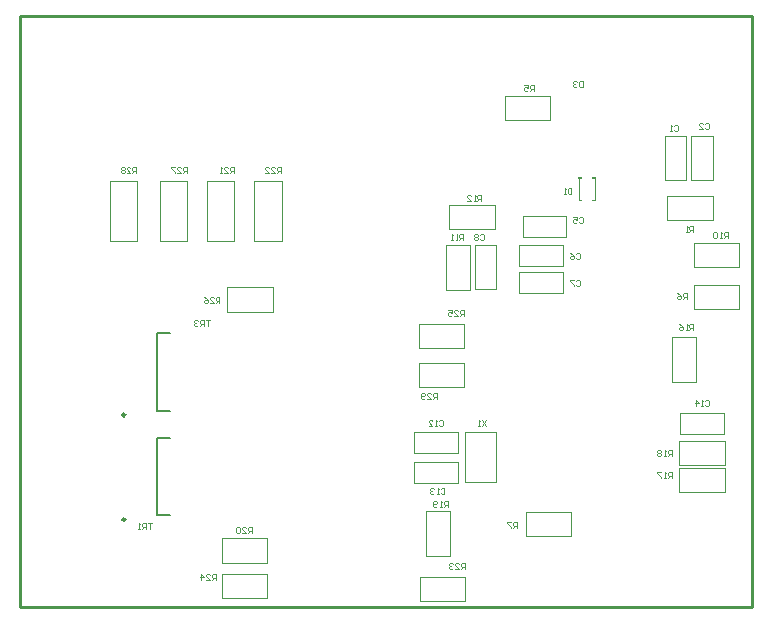
<source format=gbo>
%FSLAX25Y25*%
%MOIN*%
G70*
G01*
G75*
G04 Layer_Color=32896*
%ADD10R,0.07087X0.08268*%
%ADD11R,0.04331X0.05512*%
%ADD12R,0.10039X0.07677*%
%ADD13R,0.05512X0.04331*%
%ADD14R,0.04331X0.02362*%
%ADD15R,0.24410X0.22835*%
%ADD16R,0.11811X0.06299*%
G04:AMPARAMS|DCode=17|XSize=9.84mil|YSize=70.87mil|CornerRadius=0mil|HoleSize=0mil|Usage=FLASHONLY|Rotation=135.000|XOffset=0mil|YOffset=0mil|HoleType=Round|Shape=Round|*
%AMOVALD17*
21,1,0.06102,0.00984,0.00000,0.00000,225.0*
1,1,0.00984,0.02158,0.02158*
1,1,0.00984,-0.02158,-0.02158*
%
%ADD17OVALD17*%

G04:AMPARAMS|DCode=18|XSize=9.84mil|YSize=70.87mil|CornerRadius=0mil|HoleSize=0mil|Usage=FLASHONLY|Rotation=45.000|XOffset=0mil|YOffset=0mil|HoleType=Round|Shape=Round|*
%AMOVALD18*
21,1,0.06102,0.00984,0.00000,0.00000,135.0*
1,1,0.00984,0.02158,-0.02158*
1,1,0.00984,-0.02158,0.02158*
%
%ADD18OVALD18*%

%ADD19R,0.07087X0.09055*%
%ADD20R,0.02362X0.11811*%
%ADD21O,0.08661X0.02362*%
%ADD22R,0.02756X0.03150*%
%ADD23R,0.06000X0.07000*%
%ADD24R,0.06299X0.12598*%
%ADD25O,0.07480X0.02362*%
%ADD26C,0.00984*%
%ADD27C,0.01181*%
%ADD28C,0.01500*%
%ADD29C,0.01969*%
%ADD30C,0.01575*%
%ADD31C,0.07874*%
%ADD32C,0.00800*%
%ADD33C,0.05906*%
%ADD34C,0.03937*%
%ADD35C,0.01000*%
%ADD36C,0.07480*%
%ADD37C,0.06000*%
%ADD38O,0.07874X0.03937*%
%ADD39O,0.07874X0.03937*%
%ADD40C,0.02362*%
%ADD41R,0.07000X0.06000*%
G04:AMPARAMS|DCode=42|XSize=23.62mil|YSize=23.62mil|CornerRadius=1.18mil|HoleSize=0mil|Usage=FLASHONLY|Rotation=90.000|XOffset=0mil|YOffset=0mil|HoleType=Round|Shape=RoundedRectangle|*
%AMROUNDEDRECTD42*
21,1,0.02362,0.02126,0,0,90.0*
21,1,0.02126,0.02362,0,0,90.0*
1,1,0.00236,0.01063,0.01063*
1,1,0.00236,0.01063,-0.01063*
1,1,0.00236,-0.01063,-0.01063*
1,1,0.00236,-0.01063,0.01063*
%
%ADD42ROUNDEDRECTD42*%
%ADD43R,0.04600X0.04600*%
%ADD44R,0.07480X0.04331*%
%ADD45C,0.00827*%
%ADD46C,0.02362*%
%ADD47C,0.00787*%
%ADD48C,0.00591*%
%ADD49C,0.00394*%
%ADD50C,0.00669*%
%ADD51R,0.07874X0.09055*%
%ADD52R,0.05118X0.06299*%
%ADD53R,0.10827X0.08465*%
%ADD54R,0.06299X0.05118*%
%ADD55R,0.05118X0.03150*%
%ADD56R,0.25197X0.23622*%
%ADD57R,0.12598X0.07087*%
G04:AMPARAMS|DCode=58|XSize=17.72mil|YSize=78.74mil|CornerRadius=0mil|HoleSize=0mil|Usage=FLASHONLY|Rotation=135.000|XOffset=0mil|YOffset=0mil|HoleType=Round|Shape=Round|*
%AMOVALD58*
21,1,0.06102,0.01772,0.00000,0.00000,225.0*
1,1,0.01772,0.02158,0.02158*
1,1,0.01772,-0.02158,-0.02158*
%
%ADD58OVALD58*%

G04:AMPARAMS|DCode=59|XSize=17.72mil|YSize=78.74mil|CornerRadius=0mil|HoleSize=0mil|Usage=FLASHONLY|Rotation=45.000|XOffset=0mil|YOffset=0mil|HoleType=Round|Shape=Round|*
%AMOVALD59*
21,1,0.06102,0.01772,0.00000,0.00000,135.0*
1,1,0.01772,0.02158,-0.02158*
1,1,0.01772,-0.02158,0.02158*
%
%ADD59OVALD59*%

%ADD60R,0.07874X0.09843*%
%ADD61R,0.03150X0.12598*%
%ADD62O,0.09449X0.03150*%
%ADD63R,0.03543X0.03937*%
%ADD64R,0.06787X0.07787*%
%ADD65R,0.07087X0.13386*%
%ADD66O,0.08268X0.03150*%
%ADD67C,0.08268*%
%ADD68C,0.06787*%
%ADD69O,0.08661X0.04724*%
%ADD70O,0.08661X0.04724*%
%ADD71R,0.07787X0.06787*%
G04:AMPARAMS|DCode=72|XSize=31.5mil|YSize=31.5mil|CornerRadius=5.12mil|HoleSize=0mil|Usage=FLASHONLY|Rotation=90.000|XOffset=0mil|YOffset=0mil|HoleType=Round|Shape=RoundedRectangle|*
%AMROUNDEDRECTD72*
21,1,0.03150,0.02126,0,0,90.0*
21,1,0.02126,0.03150,0,0,90.0*
1,1,0.01024,0.01063,0.01063*
1,1,0.01024,0.01063,-0.01063*
1,1,0.01024,-0.01063,-0.01063*
1,1,0.01024,-0.01063,0.01063*
%
%ADD72ROUNDEDRECTD72*%
%ADD73R,0.05387X0.05387*%
%ADD74R,0.07880X0.04731*%
%ADD75R,0.01280X0.01083*%
%ADD76R,0.01280X0.01083*%
D26*
X35138Y63917D02*
G03*
X35138Y63917I-492J0D01*
G01*
Y29075D02*
G03*
X35138Y29075I-492J0D01*
G01*
D35*
X0Y0D02*
Y196850D01*
X244094D01*
Y0D02*
Y196850D01*
X0Y0D02*
X244094D01*
D47*
X45669Y91122D02*
X50185Y91122D01*
X45669Y65374D02*
X45669Y91122D01*
X45669Y65374D02*
X50185Y65374D01*
X45669Y56280D02*
X50185D01*
X45669D02*
X45669Y30531D01*
X50185Y30532D01*
D49*
X67224Y14665D02*
X82382D01*
Y22736D01*
X67224D02*
X82382D01*
X67224Y14665D02*
Y22736D01*
X135335Y16831D02*
Y31988D01*
Y16831D02*
X143405D01*
Y31988D01*
X135335D02*
X143405D01*
X132972Y73130D02*
X148130D01*
Y81201D01*
X132972D02*
X148130D01*
X132972Y73130D02*
Y81201D01*
X87205Y121949D02*
Y141929D01*
X78150D02*
X87205D01*
X78150Y121949D02*
X78150Y141929D01*
X78150Y121949D02*
X87205D01*
X71457D02*
Y141929D01*
X62402D02*
X71457D01*
X62402Y121949D02*
X62402Y141929D01*
X62402Y121949D02*
X71457D01*
X67224Y2854D02*
X82382D01*
Y10925D01*
X67224D02*
X82382D01*
X67224Y2854D02*
Y10925D01*
X55709Y141929D02*
X55709Y121949D01*
X46654Y141929D02*
X55709D01*
X46654Y121949D02*
X46654Y141929D01*
X46654Y121949D02*
X55709Y121949D01*
X38976Y121949D02*
Y141929D01*
X29921Y141929D02*
X38976Y141929D01*
X29921Y121949D02*
X29921Y141929D01*
X29921Y121949D02*
X38976D01*
X224705Y99311D02*
X239862D01*
Y107382D01*
X224705D02*
X239862D01*
X224705Y99311D02*
Y107382D01*
X191732Y135433D02*
Y142913D01*
X186221Y135433D02*
Y142913D01*
X190847Y135433D02*
X191732D01*
X186221D02*
X187106D01*
X133366Y1870D02*
X148524D01*
Y9941D01*
X133366D02*
X148524D01*
X133366Y1870D02*
Y9941D01*
X132972Y86122D02*
X148130D01*
Y94193D01*
X132972D02*
X148130D01*
X132972Y86122D02*
Y94193D01*
X69193Y98327D02*
X84350D01*
Y106398D01*
X69193D02*
X84350D01*
X69193Y98327D02*
Y106398D01*
X161713Y162106D02*
X176870D01*
Y170177D01*
X161713D02*
X176870D01*
X161713Y162106D02*
Y170177D01*
X223819Y156890D02*
X230906D01*
Y142323D02*
Y156890D01*
X223819Y142323D02*
X230906D01*
X223819D02*
Y156890D01*
X214961Y156890D02*
X222047Y156890D01*
Y142323D02*
Y156890D01*
X214961Y142323D02*
X222047Y142323D01*
X214961Y142323D02*
Y156890D01*
X215846Y136909D02*
X231004D01*
X215846Y128839D02*
Y136909D01*
Y128839D02*
X231004D01*
Y136909D01*
X224705Y113091D02*
X239862D01*
Y121161D01*
X224705D02*
X239862D01*
X224705Y113091D02*
Y121161D01*
X225492Y74803D02*
Y89961D01*
X217421D02*
X225492D01*
X217421Y74803D02*
Y89961D01*
Y74803D02*
X225492D01*
X234646Y57480D02*
Y64567D01*
X220079Y57480D02*
X234646D01*
X220079D02*
Y64567D01*
X234646D01*
X219783Y47146D02*
X234941D01*
Y55217D01*
X219783D02*
X234941D01*
X219783Y47146D02*
Y55217D01*
X219783Y38287D02*
X234941D01*
Y46358D01*
X219783D02*
X234941D01*
X219783Y38287D02*
Y46358D01*
X168602Y31594D02*
X183760D01*
X168602Y23524D02*
Y31594D01*
Y23524D02*
X183760D01*
Y31594D01*
X148327Y58169D02*
X158563D01*
X148327Y41634D02*
X158563D01*
X158563Y58169D02*
X158563Y41634D01*
X148327D02*
Y58169D01*
X131398Y51083D02*
Y58169D01*
X145965D01*
Y51083D02*
Y58169D01*
X131398Y51083D02*
X145965Y51083D01*
X131398Y41240D02*
Y48327D01*
X145965D01*
Y41240D02*
Y48327D01*
X131398Y41240D02*
X145965Y41240D01*
X166535Y104528D02*
Y111614D01*
X181102D01*
Y104528D02*
Y111614D01*
X166535Y104528D02*
X181102D01*
X166535Y113386D02*
Y120473D01*
X181102D01*
Y113386D02*
Y120473D01*
X166535Y113386D02*
X181102D01*
X167618Y123228D02*
Y130315D01*
X182185D01*
Y123228D02*
Y130315D01*
X167618Y123228D02*
X182185D01*
X151575Y120473D02*
X158661D01*
Y105906D02*
Y120473D01*
X151575Y105906D02*
X158661D01*
X151575D02*
Y120473D01*
X141929Y105512D02*
X141929Y120669D01*
X141929Y105512D02*
X150000D01*
Y120669D01*
X141929D02*
X150000D01*
X143110Y133858D02*
X158268D01*
X143110Y125787D02*
Y133858D01*
Y125787D02*
X158268D01*
Y133858D01*
X38825Y144562D02*
Y146530D01*
X37841D01*
X37513Y146202D01*
Y145546D01*
X37841Y145218D01*
X38825D01*
X38169D02*
X37513Y144562D01*
X35545D02*
X36857D01*
X35545Y145874D01*
Y146202D01*
X35873Y146530D01*
X36529D01*
X36857Y146202D01*
X34890D02*
X34561Y146530D01*
X33906D01*
X33578Y146202D01*
Y145874D01*
X33906Y145546D01*
X33578Y145218D01*
Y144890D01*
X33906Y144562D01*
X34561D01*
X34890Y144890D01*
Y145218D01*
X34561Y145546D01*
X34890Y145874D01*
Y146202D01*
X34561Y145546D02*
X33906D01*
X55558Y144532D02*
Y146499D01*
X54574D01*
X54246Y146171D01*
Y145516D01*
X54574Y145187D01*
X55558D01*
X54901D02*
X54246Y144532D01*
X52278D02*
X53590D01*
X52278Y145844D01*
Y146171D01*
X52606Y146499D01*
X53262D01*
X53590Y146171D01*
X51622Y146499D02*
X50310D01*
Y146171D01*
X51622Y144860D01*
Y144532D01*
X87040Y144561D02*
Y146528D01*
X86056D01*
X85728Y146201D01*
Y145545D01*
X86056Y145217D01*
X87040D01*
X86384D02*
X85728Y144561D01*
X83760D02*
X85072D01*
X83760Y145873D01*
Y146201D01*
X84088Y146528D01*
X84744D01*
X85072Y146201D01*
X81793Y144561D02*
X83104D01*
X81793Y145873D01*
Y146201D01*
X82121Y146528D01*
X82776D01*
X83104Y146201D01*
X71292Y144499D02*
Y146466D01*
X70308D01*
X69980Y146138D01*
Y145482D01*
X70308Y145154D01*
X71292D01*
X70636D02*
X69980Y144499D01*
X68012D02*
X69324D01*
X68012Y145810D01*
Y146138D01*
X68340Y146466D01*
X68996D01*
X69324Y146138D01*
X67356Y144499D02*
X66701D01*
X67028D01*
Y146466D01*
X67356Y146138D01*
X187598Y175098D02*
Y173130D01*
X186615D01*
X186286Y173458D01*
Y174770D01*
X186615Y175098D01*
X187598D01*
X185631Y174770D02*
X185303Y175098D01*
X184647D01*
X184319Y174770D01*
Y174442D01*
X184647Y174114D01*
X184975D01*
X184647D01*
X184319Y173786D01*
Y173458D01*
X184647Y173130D01*
X185303D01*
X185631Y173458D01*
X218176Y160301D02*
X218504Y160629D01*
X219160D01*
X219488Y160301D01*
Y158990D01*
X219160Y158661D01*
X218504D01*
X218176Y158990D01*
X217520Y158661D02*
X216864D01*
X217192D01*
Y160629D01*
X217520Y160301D01*
X228413Y160793D02*
X228741Y161121D01*
X229396D01*
X229724Y160793D01*
Y159482D01*
X229396Y159153D01*
X228741D01*
X228413Y159482D01*
X226445Y159153D02*
X227757D01*
X226445Y160466D01*
Y160793D01*
X226773Y161121D01*
X227429D01*
X227757Y160793D01*
X186286Y129691D02*
X186615Y130019D01*
X187270D01*
X187598Y129691D01*
Y128379D01*
X187270Y128051D01*
X186615D01*
X186286Y128379D01*
X184319Y130019D02*
X185631D01*
Y129035D01*
X184975Y129363D01*
X184647D01*
X184319Y129035D01*
Y128379D01*
X184647Y128051D01*
X185303D01*
X185631Y128379D01*
X185302Y117585D02*
X185630Y117913D01*
X186286D01*
X186614Y117585D01*
Y116273D01*
X186286Y115945D01*
X185630D01*
X185302Y116273D01*
X183334Y117913D02*
X183990Y117585D01*
X184646Y116929D01*
Y116273D01*
X184318Y115945D01*
X183662D01*
X183334Y116273D01*
Y116601D01*
X183662Y116929D01*
X184646D01*
X185302Y108431D02*
X185630Y108759D01*
X186286D01*
X186614Y108431D01*
Y107119D01*
X186286Y106791D01*
X185630D01*
X185302Y107119D01*
X184646Y108759D02*
X183334D01*
Y108431D01*
X184646Y107119D01*
Y106791D01*
X153412Y123786D02*
X153741Y124114D01*
X154396D01*
X154724Y123786D01*
Y122474D01*
X154396Y122146D01*
X153741D01*
X153412Y122474D01*
X152757Y123786D02*
X152429Y124114D01*
X151773D01*
X151445Y123786D01*
Y123458D01*
X151773Y123130D01*
X151445Y122802D01*
Y122474D01*
X151773Y122146D01*
X152429D01*
X152757Y122474D01*
Y122802D01*
X152429Y123130D01*
X152757Y123458D01*
Y123786D01*
X152429Y123130D02*
X151773D01*
X139830Y61778D02*
X140158Y62106D01*
X140814D01*
X141142Y61778D01*
Y60466D01*
X140814Y60138D01*
X140158D01*
X139830Y60466D01*
X139174Y60138D02*
X138518D01*
X138846D01*
Y62106D01*
X139174Y61778D01*
X136222Y60138D02*
X137534D01*
X136222Y61450D01*
Y61778D01*
X136550Y62106D01*
X137206D01*
X137534Y61778D01*
X140224Y39337D02*
X140551Y39665D01*
X141207D01*
X141535Y39337D01*
Y38025D01*
X141207Y37697D01*
X140551D01*
X140224Y38025D01*
X139568Y37697D02*
X138912D01*
X139240D01*
Y39665D01*
X139568Y39337D01*
X137928D02*
X137600Y39665D01*
X136944D01*
X136616Y39337D01*
Y39009D01*
X136944Y38681D01*
X137272D01*
X136944D01*
X136616Y38353D01*
Y38025D01*
X136944Y37697D01*
X137600D01*
X137928Y38025D01*
X228511Y68471D02*
X228839Y68799D01*
X229495D01*
X229823Y68471D01*
Y67159D01*
X229495Y66831D01*
X228839D01*
X228511Y67159D01*
X227855Y66831D02*
X227199D01*
X227527D01*
Y68799D01*
X227855Y68471D01*
X225231Y66831D02*
Y68799D01*
X226215Y67815D01*
X224903D01*
X183858Y139566D02*
Y137599D01*
X182874D01*
X182546Y137926D01*
Y139238D01*
X182874Y139566D01*
X183858D01*
X181890Y137599D02*
X181235D01*
X181562D01*
Y139566D01*
X181890Y139238D01*
X224508Y124902D02*
Y126869D01*
X223524D01*
X223196Y126541D01*
Y125886D01*
X223524Y125558D01*
X224508D01*
X223852D02*
X223196Y124902D01*
X222540D02*
X221884D01*
X222212D01*
Y126869D01*
X222540Y126541D01*
X171260Y171949D02*
Y173917D01*
X170276D01*
X169948Y173589D01*
Y172933D01*
X170276Y172605D01*
X171260D01*
X170604D02*
X169948Y171949D01*
X167980Y173917D02*
X169292D01*
Y172933D01*
X168636Y173261D01*
X168308D01*
X167980Y172933D01*
Y172277D01*
X168308Y171949D01*
X168964D01*
X169292Y172277D01*
X222342Y102461D02*
Y104429D01*
X221359D01*
X221031Y104101D01*
Y103445D01*
X221359Y103117D01*
X222342D01*
X221687D02*
X221031Y102461D01*
X219063Y104429D02*
X219719Y104101D01*
X220375Y103445D01*
Y102789D01*
X220047Y102461D01*
X219391D01*
X219063Y102789D01*
Y103117D01*
X219391Y103445D01*
X220375D01*
X165551Y26378D02*
Y28346D01*
X164567D01*
X164239Y28018D01*
Y27362D01*
X164567Y27034D01*
X165551D01*
X164895D02*
X164239Y26378D01*
X163583Y28346D02*
X162271D01*
Y28018D01*
X163583Y26706D01*
Y26378D01*
X235925Y122933D02*
Y124901D01*
X234941D01*
X234613Y124573D01*
Y123917D01*
X234941Y123589D01*
X235925D01*
X235269D02*
X234613Y122933D01*
X233957D02*
X233301D01*
X233629D01*
Y124901D01*
X233957Y124573D01*
X232317D02*
X231990Y124901D01*
X231333D01*
X231006Y124573D01*
Y123261D01*
X231333Y122933D01*
X231990D01*
X232317Y123261D01*
Y124573D01*
X147835Y122244D02*
Y124212D01*
X146851D01*
X146523Y123884D01*
Y123228D01*
X146851Y122900D01*
X147835D01*
X147179D02*
X146523Y122244D01*
X145867D02*
X145211D01*
X145539D01*
Y124212D01*
X145867Y123884D01*
X144227Y122244D02*
X143571D01*
X143899D01*
Y124212D01*
X144227Y123884D01*
X153839Y135335D02*
Y137303D01*
X152855D01*
X152527Y136975D01*
Y136319D01*
X152855Y135991D01*
X153839D01*
X153183D02*
X152527Y135335D01*
X151871D02*
X151215D01*
X151543D01*
Y137303D01*
X151871Y136975D01*
X148919Y135335D02*
X150231D01*
X148919Y136647D01*
Y136975D01*
X149247Y137303D01*
X149903D01*
X150231Y136975D01*
X224508Y92126D02*
Y94094D01*
X223524D01*
X223196Y93766D01*
Y93110D01*
X223524Y92782D01*
X224508D01*
X223852D02*
X223196Y92126D01*
X222540D02*
X221884D01*
X222212D01*
Y94094D01*
X222540Y93766D01*
X219588Y94094D02*
X220244Y93766D01*
X220900Y93110D01*
Y92454D01*
X220572Y92126D01*
X219916D01*
X219588Y92454D01*
Y92782D01*
X219916Y93110D01*
X220900D01*
X217323Y42913D02*
Y44881D01*
X216339D01*
X216011Y44553D01*
Y43897D01*
X216339Y43569D01*
X217323D01*
X216667D02*
X216011Y42913D01*
X215355D02*
X214699D01*
X215027D01*
Y44881D01*
X215355Y44553D01*
X213715Y44881D02*
X212403D01*
Y44553D01*
X213715Y43241D01*
Y42913D01*
X217224Y50295D02*
Y52263D01*
X216241D01*
X215913Y51935D01*
Y51279D01*
X216241Y50951D01*
X217224D01*
X216568D02*
X215913Y50295D01*
X215257D02*
X214601D01*
X214929D01*
Y52263D01*
X215257Y51935D01*
X213617D02*
X213289Y52263D01*
X212633D01*
X212305Y51935D01*
Y51607D01*
X212633Y51279D01*
X212305Y50951D01*
Y50623D01*
X212633Y50295D01*
X213289D01*
X213617Y50623D01*
Y50951D01*
X213289Y51279D01*
X213617Y51607D01*
Y51935D01*
X213289Y51279D02*
X212633D01*
X142618Y33366D02*
Y35334D01*
X141634D01*
X141306Y35006D01*
Y34350D01*
X141634Y34022D01*
X142618D01*
X141962D02*
X141306Y33366D01*
X140650D02*
X139994D01*
X140322D01*
Y35334D01*
X140650Y35006D01*
X139010Y33694D02*
X138682Y33366D01*
X138026D01*
X137698Y33694D01*
Y35006D01*
X138026Y35334D01*
X138682D01*
X139010Y35006D01*
Y34678D01*
X138682Y34350D01*
X137698D01*
X77362Y24705D02*
Y26673D01*
X76378D01*
X76050Y26345D01*
Y25689D01*
X76378Y25361D01*
X77362D01*
X76706D02*
X76050Y24705D01*
X74082D02*
X75394D01*
X74082Y26017D01*
Y26345D01*
X74410Y26673D01*
X75066D01*
X75394Y26345D01*
X73427D02*
X73098Y26673D01*
X72443D01*
X72115Y26345D01*
Y25033D01*
X72443Y24705D01*
X73098D01*
X73427Y25033D01*
Y26345D01*
X148362Y12562D02*
Y14529D01*
X147378D01*
X147050Y14201D01*
Y13545D01*
X147378Y13217D01*
X148362D01*
X147706D02*
X147050Y12562D01*
X145082D02*
X146394D01*
X145082Y13873D01*
Y14201D01*
X145410Y14529D01*
X146066D01*
X146394Y14201D01*
X144427D02*
X144098Y14529D01*
X143443D01*
X143115Y14201D01*
Y13873D01*
X143443Y13545D01*
X143771D01*
X143443D01*
X143115Y13217D01*
Y12889D01*
X143443Y12562D01*
X144098D01*
X144427Y12889D01*
X65256Y8858D02*
Y10826D01*
X64272D01*
X63944Y10498D01*
Y9842D01*
X64272Y9514D01*
X65256D01*
X64600D02*
X63944Y8858D01*
X61976D02*
X63288D01*
X61976Y10170D01*
Y10498D01*
X62304Y10826D01*
X62960D01*
X63288Y10498D01*
X60336Y8858D02*
Y10826D01*
X61320Y9842D01*
X60008D01*
X147968Y96788D02*
Y98755D01*
X146985D01*
X146657Y98427D01*
Y97771D01*
X146985Y97443D01*
X147968D01*
X147313D02*
X146657Y96788D01*
X144689D02*
X146001D01*
X144689Y98099D01*
Y98427D01*
X145017Y98755D01*
X145673D01*
X146001Y98427D01*
X142721Y98755D02*
X144033D01*
Y97771D01*
X143377Y98099D01*
X143049D01*
X142721Y97771D01*
Y97115D01*
X143049Y96788D01*
X143705D01*
X144033Y97115D01*
X66535Y101378D02*
Y103346D01*
X65552D01*
X65223Y103018D01*
Y102362D01*
X65552Y102034D01*
X66535D01*
X65879D02*
X65223Y101378D01*
X63256D02*
X64568D01*
X63256Y102690D01*
Y103018D01*
X63584Y103346D01*
X64240D01*
X64568Y103018D01*
X61288Y103346D02*
X61944Y103018D01*
X62600Y102362D01*
Y101706D01*
X62272Y101378D01*
X61616D01*
X61288Y101706D01*
Y102034D01*
X61616Y102362D01*
X62600D01*
X138878Y69095D02*
Y71062D01*
X137894D01*
X137566Y70734D01*
Y70078D01*
X137894Y69750D01*
X138878D01*
X138222D02*
X137566Y69095D01*
X135598D02*
X136910D01*
X135598Y70406D01*
Y70734D01*
X135926Y71062D01*
X136582D01*
X136910Y70734D01*
X134942Y69423D02*
X134614Y69095D01*
X133958D01*
X133630Y69423D01*
Y70734D01*
X133958Y71062D01*
X134614D01*
X134942Y70734D01*
Y70406D01*
X134614Y70078D01*
X133630D01*
X155217Y62303D02*
X153905Y60335D01*
Y62303D02*
X155217Y60335D01*
X153249D02*
X152593D01*
X152921D01*
Y62303D01*
X153249Y61975D01*
X44094Y27854D02*
X42783D01*
X43439D01*
Y25886D01*
X42127D02*
Y27854D01*
X41143D01*
X40815Y27526D01*
Y26870D01*
X41143Y26542D01*
X42127D01*
X41471D02*
X40815Y25886D01*
X40159D02*
X39503D01*
X39831D01*
Y27854D01*
X40159Y27526D01*
X63287Y95570D02*
X61976D01*
X62631D01*
Y93602D01*
X61320D02*
Y95570D01*
X60336D01*
X60008Y95242D01*
Y94586D01*
X60336Y94258D01*
X61320D01*
X60664D02*
X60008Y93602D01*
X59352Y95242D02*
X59024Y95570D01*
X58368D01*
X58040Y95242D01*
Y94914D01*
X58368Y94586D01*
X58696D01*
X58368D01*
X58040Y94258D01*
Y93930D01*
X58368Y93602D01*
X59024D01*
X59352Y93930D01*
D75*
X191289Y142963D02*
D03*
D76*
X186663Y142963D02*
D03*
M02*

</source>
